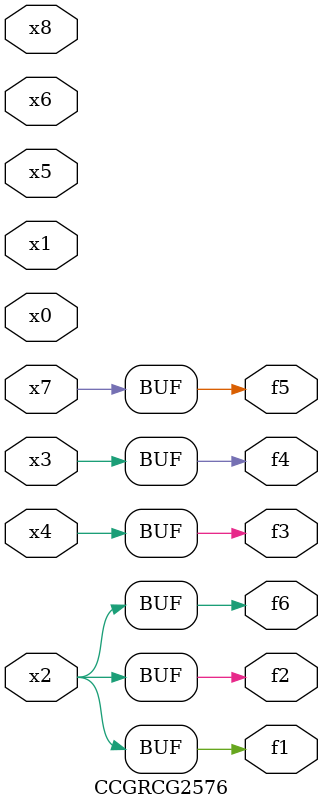
<source format=v>
module CCGRCG2576(
	input x0, x1, x2, x3, x4, x5, x6, x7, x8,
	output f1, f2, f3, f4, f5, f6
);
	assign f1 = x2;
	assign f2 = x2;
	assign f3 = x4;
	assign f4 = x3;
	assign f5 = x7;
	assign f6 = x2;
endmodule

</source>
